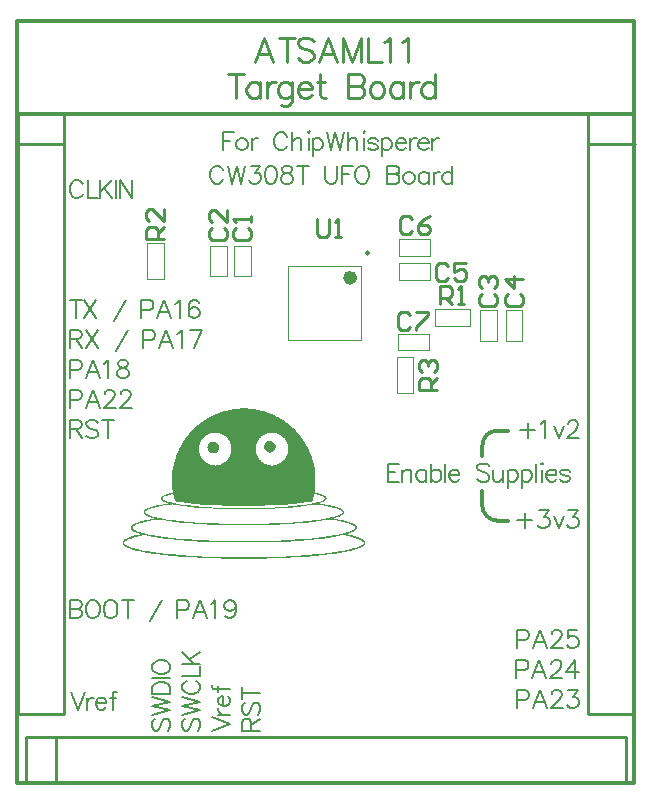
<source format=gto>
G04*
G04 #@! TF.GenerationSoftware,Altium Limited,Altium Designer,19.0.12 (326)*
G04*
G04 Layer_Color=65535*
%FSLAX25Y25*%
%MOIN*%
G70*
G01*
G75*
%ADD10C,0.02362*%
%ADD11C,0.00984*%
%ADD12C,0.01181*%
%ADD13C,0.00394*%
%ADD14C,0.01000*%
%ADD15C,0.01100*%
%ADD16C,0.00800*%
G36*
X76777Y124746D02*
X78495D01*
Y124603D01*
X79496D01*
Y124460D01*
X80212D01*
Y124317D01*
X80927D01*
Y124173D01*
X81500D01*
Y124030D01*
X81929D01*
Y123887D01*
X82502D01*
Y123744D01*
X82931D01*
Y123601D01*
X83360D01*
Y123458D01*
X83790D01*
Y123315D01*
X84076D01*
Y123172D01*
X84505D01*
Y123029D01*
X84792D01*
Y122886D01*
X85221D01*
Y122742D01*
X85507D01*
Y122599D01*
X85793D01*
Y122456D01*
X86080D01*
Y122313D01*
X86366D01*
Y122170D01*
X86652D01*
Y122027D01*
X86938D01*
Y121884D01*
X87225D01*
Y121741D01*
X87368D01*
Y121598D01*
X87654D01*
Y121454D01*
X87940D01*
Y121311D01*
X88083D01*
Y121168D01*
X88369D01*
Y121025D01*
X88656D01*
Y120882D01*
X88799D01*
Y120739D01*
X89085D01*
Y120596D01*
X89228D01*
Y120453D01*
X89371D01*
Y120309D01*
X89657D01*
Y120166D01*
X89801D01*
Y120023D01*
X90087D01*
Y119880D01*
X90230D01*
Y119737D01*
X90373D01*
Y119594D01*
X90516D01*
Y119451D01*
X90802D01*
Y119308D01*
X90945D01*
Y119165D01*
X91088D01*
Y119021D01*
X91232D01*
Y118878D01*
X91375D01*
Y118735D01*
X91518D01*
Y118592D01*
X91661D01*
Y118449D01*
X91947D01*
Y118306D01*
X92090D01*
Y118163D01*
X92234D01*
Y118020D01*
X92377D01*
Y117877D01*
X92520D01*
Y117734D01*
X92663D01*
Y117590D01*
X92806D01*
Y117447D01*
X92949D01*
Y117304D01*
Y117161D01*
X93092D01*
Y117018D01*
X93235D01*
Y116875D01*
X93378D01*
Y116732D01*
X93521D01*
Y116589D01*
X93665D01*
Y116446D01*
X93808D01*
Y116302D01*
X93951D01*
Y116159D01*
Y116016D01*
X94094D01*
Y115873D01*
X94237D01*
Y115730D01*
X94380D01*
Y115587D01*
X94523D01*
Y115444D01*
Y115301D01*
X94666D01*
Y115157D01*
X94810D01*
Y115014D01*
X94953D01*
Y114871D01*
Y114728D01*
X95096D01*
Y114585D01*
X95239D01*
Y114442D01*
Y114299D01*
X95382D01*
Y114156D01*
X95525D01*
Y114013D01*
Y113869D01*
X95668D01*
Y113726D01*
X95811D01*
Y113583D01*
Y113440D01*
X95954D01*
Y113297D01*
Y113154D01*
X96097D01*
Y113011D01*
X96241D01*
Y112868D01*
Y112724D01*
X96384D01*
Y112581D01*
Y112438D01*
X96527D01*
Y112295D01*
Y112152D01*
X96670D01*
Y112009D01*
Y111866D01*
X96813D01*
Y111723D01*
X96956D01*
Y111580D01*
Y111436D01*
Y111293D01*
X97099D01*
Y111150D01*
Y111007D01*
X97242D01*
Y110864D01*
Y110721D01*
X97386D01*
Y110578D01*
Y110435D01*
X97529D01*
Y110292D01*
Y110149D01*
X97672D01*
Y110005D01*
Y109862D01*
Y109719D01*
X97815D01*
Y109576D01*
Y109433D01*
X97958D01*
Y109290D01*
Y109147D01*
Y109004D01*
X98101D01*
Y108861D01*
Y108717D01*
Y108574D01*
X98244D01*
Y108431D01*
Y108288D01*
Y108145D01*
X98387D01*
Y108002D01*
Y107859D01*
Y107716D01*
X98530D01*
Y107572D01*
Y107429D01*
Y107286D01*
Y107143D01*
X98673D01*
Y107000D01*
Y106857D01*
Y106714D01*
Y106571D01*
X98817D01*
Y106428D01*
Y106284D01*
Y106141D01*
Y105998D01*
X98960D01*
Y105855D01*
Y105712D01*
Y105569D01*
Y105426D01*
Y105283D01*
X99103D01*
Y105140D01*
Y104996D01*
Y104853D01*
Y104710D01*
Y104567D01*
Y104424D01*
X99246D01*
Y104281D01*
Y104138D01*
Y103995D01*
Y103851D01*
Y103708D01*
Y103565D01*
Y103422D01*
Y103279D01*
Y103136D01*
X99389D01*
Y102993D01*
Y102850D01*
Y102707D01*
Y102564D01*
Y102420D01*
Y102277D01*
Y102134D01*
Y101991D01*
Y101848D01*
Y101705D01*
Y101562D01*
Y101419D01*
Y101276D01*
Y101132D01*
Y100989D01*
Y100846D01*
Y100703D01*
Y100560D01*
Y100417D01*
Y100274D01*
Y100131D01*
Y99988D01*
Y99844D01*
Y99701D01*
Y99558D01*
Y99415D01*
Y99272D01*
Y99129D01*
Y98986D01*
Y98843D01*
Y98699D01*
Y98556D01*
X99246D01*
Y98413D01*
Y98270D01*
Y98127D01*
Y97984D01*
Y97841D01*
Y97698D01*
Y97555D01*
Y97411D01*
X99103D01*
Y97268D01*
Y97125D01*
Y96982D01*
Y96839D01*
X99389D01*
Y96696D01*
X99962D01*
Y96553D01*
X100534D01*
Y96410D01*
X101106D01*
Y96267D01*
X101536D01*
Y96123D01*
X101822D01*
Y95980D01*
X102108D01*
Y95837D01*
X102394D01*
Y95694D01*
X102681D01*
Y95551D01*
X102824D01*
Y95408D01*
X102967D01*
Y95265D01*
Y95122D01*
X103110D01*
Y94978D01*
Y94835D01*
Y94692D01*
Y94549D01*
X102967D01*
Y94406D01*
Y94263D01*
X102681D01*
Y94120D01*
X102538D01*
Y93977D01*
X102251D01*
Y93834D01*
X101965D01*
Y93691D01*
X101679D01*
Y93547D01*
X101250D01*
Y93404D01*
X100820D01*
Y93261D01*
Y93118D01*
X101679D01*
Y92975D01*
X102538D01*
Y92832D01*
X103396D01*
Y92689D01*
X104112D01*
Y92546D01*
X104684D01*
Y92402D01*
X105257D01*
Y92259D01*
X105829D01*
Y92116D01*
X106402D01*
Y91973D01*
X106831D01*
Y91830D01*
X107117D01*
Y91687D01*
X107546D01*
Y91544D01*
X107833D01*
Y91401D01*
X108119D01*
Y91258D01*
X108262D01*
Y91114D01*
X108548D01*
Y90971D01*
X108691D01*
Y90828D01*
Y90685D01*
X108835D01*
Y90542D01*
Y90399D01*
Y90256D01*
Y90113D01*
Y89970D01*
Y89827D01*
X108691D01*
Y89683D01*
X108548D01*
Y89540D01*
X108405D01*
Y89397D01*
X108262D01*
Y89254D01*
X107976D01*
Y89111D01*
X107690D01*
Y88968D01*
X107403D01*
Y88825D01*
X107117D01*
Y88682D01*
X106688D01*
Y88538D01*
X106258D01*
Y88395D01*
X105543D01*
Y88252D01*
Y88109D01*
X106258D01*
Y87966D01*
X106831D01*
Y87823D01*
X107690D01*
Y87680D01*
X108262D01*
Y87537D01*
X108835D01*
Y87394D01*
X109550D01*
Y87250D01*
X109979D01*
Y87107D01*
X110552D01*
Y86964D01*
X110838D01*
Y86821D01*
X111267D01*
Y86678D01*
X111697D01*
Y86535D01*
X111983D01*
Y86392D01*
X112269D01*
Y86249D01*
X112412D01*
Y86106D01*
X112699D01*
Y85962D01*
X112842D01*
Y85819D01*
X112985D01*
Y85676D01*
Y85533D01*
X113128D01*
Y85390D01*
Y85247D01*
Y85104D01*
Y84961D01*
Y84817D01*
Y84674D01*
X112985D01*
Y84531D01*
Y84388D01*
X112842D01*
Y84245D01*
X112699D01*
Y84102D01*
X112412D01*
Y83959D01*
X112269D01*
Y83816D01*
X111983D01*
Y83673D01*
X111697D01*
Y83530D01*
X111267D01*
Y83386D01*
X110981D01*
Y83243D01*
X110409D01*
Y83100D01*
X110123D01*
Y82957D01*
Y82814D01*
X110838D01*
Y82671D01*
X111411D01*
Y82528D01*
X111983D01*
Y82385D01*
X112412D01*
Y82241D01*
X112985D01*
Y82098D01*
X113414D01*
Y81955D01*
X113844D01*
Y81812D01*
X114130D01*
Y81669D01*
X114416D01*
Y81526D01*
X114702D01*
Y81383D01*
X114988D01*
Y81240D01*
X115275D01*
Y81097D01*
X115418D01*
Y80954D01*
X115561D01*
Y80810D01*
X115704D01*
Y80667D01*
X115847D01*
Y80524D01*
Y80381D01*
X115990D01*
Y80238D01*
Y80095D01*
Y79952D01*
Y79809D01*
X115847D01*
Y79665D01*
Y79522D01*
X115704D01*
Y79379D01*
Y79236D01*
X115561D01*
Y79093D01*
X115418D01*
Y78950D01*
X115131D01*
Y78807D01*
X114845D01*
Y78664D01*
X114702D01*
Y78521D01*
X114273D01*
Y78377D01*
X113987D01*
Y78234D01*
X113557D01*
Y78091D01*
X113128D01*
Y77948D01*
X112699D01*
Y77805D01*
X112269D01*
Y77662D01*
X111697D01*
Y77519D01*
X111124D01*
Y77376D01*
X110552D01*
Y77232D01*
X109836D01*
Y77089D01*
X109121D01*
Y76946D01*
X108262D01*
Y76803D01*
X107403D01*
Y76660D01*
X106545D01*
Y76517D01*
X105543D01*
Y76374D01*
X104541D01*
Y76231D01*
X103253D01*
Y76088D01*
X102108D01*
Y75945D01*
X100677D01*
Y75801D01*
X99246D01*
Y75658D01*
X97529D01*
Y75515D01*
X95668D01*
Y75372D01*
X93521D01*
Y75229D01*
X91232D01*
Y75086D01*
X87940D01*
Y74943D01*
X83217D01*
Y74800D01*
X67761D01*
Y74943D01*
X63038D01*
Y75086D01*
X59890D01*
Y75229D01*
X57457D01*
Y75372D01*
X55310D01*
Y75515D01*
X53450D01*
Y75658D01*
X51876D01*
Y75801D01*
X50301D01*
Y75945D01*
X49013D01*
Y76088D01*
X47725D01*
Y76231D01*
X46437D01*
Y76374D01*
X45436D01*
Y76517D01*
X44434D01*
Y76660D01*
X43575D01*
Y76803D01*
X42716D01*
Y76946D01*
X41858D01*
Y77089D01*
X41142D01*
Y77232D01*
X40570D01*
Y77376D01*
X39854D01*
Y77519D01*
X39282D01*
Y77662D01*
X38709D01*
Y77805D01*
X38280D01*
Y77948D01*
X37851D01*
Y78091D01*
X37421D01*
Y78234D01*
X36992D01*
Y78377D01*
X36706D01*
Y78521D01*
X36419D01*
Y78664D01*
X36133D01*
Y78807D01*
X35847D01*
Y78950D01*
X35704D01*
Y79093D01*
X35418D01*
Y79236D01*
X35275D01*
Y79379D01*
Y79522D01*
X35131D01*
Y79665D01*
Y79809D01*
Y79952D01*
Y80095D01*
Y80238D01*
Y80381D01*
Y80524D01*
Y80667D01*
X35275D01*
Y80810D01*
X35418D01*
Y80954D01*
X35561D01*
Y81097D01*
X35704D01*
Y81240D01*
X35990D01*
Y81383D01*
X36276D01*
Y81526D01*
X36563D01*
Y81669D01*
X36849D01*
Y81812D01*
X37278D01*
Y81955D01*
X37564D01*
Y82098D01*
X37994D01*
Y82241D01*
X38566D01*
Y82385D01*
X38996D01*
Y82528D01*
X39568D01*
Y82671D01*
X40284D01*
Y82814D01*
X40999D01*
Y82957D01*
Y83100D01*
X40570D01*
Y83243D01*
X39997D01*
Y83386D01*
X39711D01*
Y83530D01*
X39282D01*
Y83673D01*
X38996D01*
Y83816D01*
X38709D01*
Y83959D01*
X38566D01*
Y84102D01*
X38280D01*
Y84245D01*
X38137D01*
Y84388D01*
X37994D01*
Y84531D01*
Y84674D01*
X37851D01*
Y84817D01*
Y84961D01*
Y85104D01*
Y85247D01*
Y85390D01*
X37994D01*
Y85533D01*
Y85676D01*
X38137D01*
Y85819D01*
Y85962D01*
X38423D01*
Y86106D01*
X38566D01*
Y86249D01*
X38852D01*
Y86392D01*
X39139D01*
Y86535D01*
X39425D01*
Y86678D01*
X39711D01*
Y86821D01*
X40140D01*
Y86964D01*
X40570D01*
Y87107D01*
X40999D01*
Y87250D01*
X41572D01*
Y87394D01*
X42144D01*
Y87537D01*
X42716D01*
Y87680D01*
X43432D01*
Y87823D01*
X44148D01*
Y87966D01*
X44863D01*
Y88109D01*
X45436D01*
Y88252D01*
Y88395D01*
X44720D01*
Y88538D01*
X44291D01*
Y88682D01*
X43861D01*
Y88825D01*
X43575D01*
Y88968D01*
X43289D01*
Y89111D01*
X43003D01*
Y89254D01*
X42716D01*
Y89397D01*
X42573D01*
Y89540D01*
X42430D01*
Y89683D01*
X42287D01*
Y89827D01*
X42144D01*
Y89970D01*
Y90113D01*
Y90256D01*
Y90399D01*
Y90542D01*
Y90685D01*
X42287D01*
Y90828D01*
Y90971D01*
X42430D01*
Y91114D01*
X42716D01*
Y91258D01*
X42860D01*
Y91401D01*
X43146D01*
Y91544D01*
X43432D01*
Y91687D01*
X43861D01*
Y91830D01*
X44148D01*
Y91973D01*
X44577D01*
Y92116D01*
X45149D01*
Y92259D01*
X45722D01*
Y92402D01*
X46294D01*
Y92546D01*
X46867D01*
Y92689D01*
X47582D01*
Y92832D01*
X48441D01*
Y92975D01*
X49300D01*
Y93118D01*
X50158D01*
Y93261D01*
Y93404D01*
X49729D01*
Y93547D01*
X49300D01*
Y93691D01*
X49013D01*
Y93834D01*
X48727D01*
Y93977D01*
X48441D01*
Y94120D01*
X48298D01*
Y94263D01*
X48155D01*
Y94406D01*
X48012D01*
Y94549D01*
Y94692D01*
X47868D01*
Y94835D01*
Y94978D01*
X48012D01*
Y95122D01*
Y95265D01*
Y95408D01*
X48155D01*
Y95551D01*
X48298D01*
Y95694D01*
X48584D01*
Y95837D01*
X48870D01*
Y95980D01*
X49156D01*
Y96123D01*
X49586D01*
Y96267D01*
X50015D01*
Y96410D01*
X50445D01*
Y96553D01*
X51017D01*
Y96696D01*
X51589D01*
Y96839D01*
X51876D01*
Y96982D01*
Y97125D01*
Y97268D01*
Y97411D01*
Y97555D01*
X51732D01*
Y97698D01*
Y97841D01*
Y97984D01*
Y98127D01*
Y98270D01*
Y98413D01*
Y98556D01*
Y98699D01*
Y98843D01*
X51589D01*
Y98986D01*
Y99129D01*
Y99272D01*
Y99415D01*
Y99558D01*
Y99701D01*
Y99844D01*
Y99988D01*
Y100131D01*
Y100274D01*
Y100417D01*
Y100560D01*
Y100703D01*
Y100846D01*
Y100989D01*
Y101132D01*
Y101276D01*
Y101419D01*
Y101562D01*
Y101705D01*
Y101848D01*
Y101991D01*
Y102134D01*
Y102277D01*
Y102420D01*
Y102564D01*
Y102707D01*
Y102850D01*
Y102993D01*
X51732D01*
Y103136D01*
Y103279D01*
Y103422D01*
Y103565D01*
Y103708D01*
Y103851D01*
Y103995D01*
Y104138D01*
Y104281D01*
X51876D01*
Y104424D01*
Y104567D01*
Y104710D01*
Y104853D01*
Y104996D01*
Y105140D01*
X52019D01*
Y105283D01*
Y105426D01*
Y105569D01*
Y105712D01*
Y105855D01*
X52162D01*
Y105998D01*
Y106141D01*
Y106284D01*
Y106428D01*
X52305D01*
Y106571D01*
Y106714D01*
Y106857D01*
Y107000D01*
X52448D01*
Y107143D01*
Y107286D01*
Y107429D01*
Y107572D01*
X52591D01*
Y107716D01*
Y107859D01*
Y108002D01*
X52734D01*
Y108145D01*
Y108288D01*
Y108431D01*
X52877D01*
Y108574D01*
Y108717D01*
Y108861D01*
X53021D01*
Y109004D01*
Y109147D01*
Y109290D01*
X53164D01*
Y109433D01*
Y109576D01*
Y109719D01*
X53307D01*
Y109862D01*
Y110005D01*
X53450D01*
Y110149D01*
Y110292D01*
Y110435D01*
X53593D01*
Y110578D01*
Y110721D01*
X53736D01*
Y110864D01*
Y111007D01*
X53879D01*
Y111150D01*
Y111293D01*
X54022D01*
Y111436D01*
Y111580D01*
X54165D01*
Y111723D01*
Y111866D01*
X54309D01*
Y112009D01*
Y112152D01*
X54452D01*
Y112295D01*
Y112438D01*
X54595D01*
Y112581D01*
Y112724D01*
X54738D01*
Y112868D01*
Y113011D01*
X54881D01*
Y113154D01*
X55024D01*
Y113297D01*
Y113440D01*
X55167D01*
Y113583D01*
X55310D01*
Y113726D01*
Y113869D01*
X55453D01*
Y114013D01*
Y114156D01*
X55597D01*
Y114299D01*
X55740D01*
Y114442D01*
Y114585D01*
X55883D01*
Y114728D01*
X56026D01*
Y114871D01*
X56169D01*
Y115014D01*
Y115157D01*
X56312D01*
Y115301D01*
X56455D01*
Y115444D01*
X56598D01*
Y115587D01*
Y115730D01*
X56741D01*
Y115873D01*
X56885D01*
Y116016D01*
X57028D01*
Y116159D01*
X57171D01*
Y116302D01*
Y116446D01*
X57314D01*
Y116589D01*
X57457D01*
Y116732D01*
X57600D01*
Y116875D01*
X57743D01*
Y117018D01*
X57886D01*
Y117161D01*
X58030D01*
Y117304D01*
X58173D01*
Y117447D01*
X58316D01*
Y117590D01*
X58459D01*
Y117734D01*
X58602D01*
Y117877D01*
X58745D01*
Y118020D01*
X58888D01*
Y118163D01*
X59031D01*
Y118306D01*
X59174D01*
Y118449D01*
X59317D01*
Y118592D01*
X59461D01*
Y118735D01*
X59604D01*
Y118878D01*
X59747D01*
Y119021D01*
X59890D01*
Y119165D01*
X60033D01*
Y119308D01*
X60319D01*
Y119451D01*
X60462D01*
Y119594D01*
X60606D01*
Y119737D01*
X60749D01*
Y119880D01*
X61035D01*
Y120023D01*
X61178D01*
Y120166D01*
X61321D01*
Y120309D01*
X61607D01*
Y120453D01*
X61750D01*
Y120596D01*
X62037D01*
Y120739D01*
X62180D01*
Y120882D01*
X62466D01*
Y121025D01*
X62609D01*
Y121168D01*
X62895D01*
Y121311D01*
X63038D01*
Y121454D01*
X63325D01*
Y121598D01*
X63611D01*
Y121741D01*
X63754D01*
Y121884D01*
X64040D01*
Y122027D01*
X64327D01*
Y122170D01*
X64613D01*
Y122313D01*
X64899D01*
Y122456D01*
X65185D01*
Y122599D01*
X65471D01*
Y122742D01*
X65758D01*
Y122886D01*
X66187D01*
Y123029D01*
X66473D01*
Y123172D01*
X66903D01*
Y123315D01*
X67189D01*
Y123458D01*
X67618D01*
Y123601D01*
X68047D01*
Y123744D01*
X68477D01*
Y123887D01*
X69049D01*
Y124030D01*
X69478D01*
Y124173D01*
X70194D01*
Y124317D01*
X70767D01*
Y124460D01*
X71625D01*
Y124603D01*
X72484D01*
Y124746D01*
X74201D01*
Y124889D01*
X76777D01*
Y124746D01*
D02*
G37*
%LPC*%
G36*
X86080Y116732D02*
X83647D01*
Y116589D01*
X83217D01*
Y116446D01*
X82788D01*
Y116302D01*
X82502D01*
Y116159D01*
X82216D01*
Y116016D01*
X81929D01*
Y115873D01*
X81786D01*
Y115730D01*
X81500D01*
Y115587D01*
X81357D01*
Y115444D01*
X81214D01*
Y115301D01*
X81071D01*
Y115157D01*
X80927D01*
Y115014D01*
X80784D01*
Y114871D01*
X80641D01*
Y114728D01*
X80498D01*
Y114585D01*
Y114442D01*
X80355D01*
Y114299D01*
X80212D01*
Y114156D01*
Y114013D01*
X80069D01*
Y113869D01*
Y113726D01*
X79926D01*
Y113583D01*
Y113440D01*
X79783D01*
Y113297D01*
Y113154D01*
X79640D01*
Y113011D01*
Y112868D01*
Y112724D01*
Y112581D01*
X79496D01*
Y112438D01*
Y112295D01*
Y112152D01*
Y112009D01*
Y111866D01*
Y111723D01*
Y111580D01*
Y111436D01*
Y111293D01*
Y111150D01*
Y111007D01*
Y110864D01*
Y110721D01*
Y110578D01*
Y110435D01*
Y110292D01*
Y110149D01*
X79640D01*
Y110005D01*
Y109862D01*
Y109719D01*
Y109576D01*
X79783D01*
Y109433D01*
Y109290D01*
X79926D01*
Y109147D01*
Y109004D01*
X80069D01*
Y108861D01*
Y108717D01*
X80212D01*
Y108574D01*
Y108431D01*
X80355D01*
Y108288D01*
X80498D01*
Y108145D01*
Y108002D01*
X80641D01*
Y107859D01*
X80784D01*
Y107716D01*
X80927D01*
Y107572D01*
X81071D01*
Y107429D01*
X81214D01*
Y107286D01*
X81357D01*
Y107143D01*
X81500D01*
Y107000D01*
X81786D01*
Y106857D01*
X81929D01*
Y106714D01*
X82216D01*
Y106571D01*
X82359D01*
Y106428D01*
X82788D01*
Y106284D01*
X83074D01*
Y106141D01*
X83647D01*
Y105998D01*
X84649D01*
Y105855D01*
X85078D01*
Y105998D01*
X86080D01*
Y106141D01*
X86652D01*
Y106284D01*
X86938D01*
Y106428D01*
X87225D01*
Y106571D01*
X87511D01*
Y106714D01*
X87797D01*
Y106857D01*
X87940D01*
Y107000D01*
X88226D01*
Y107143D01*
X88369D01*
Y107286D01*
X88512D01*
Y107429D01*
X88656D01*
Y107572D01*
X88799D01*
Y107716D01*
X88942D01*
Y107859D01*
X89085D01*
Y108002D01*
X89228D01*
Y108145D01*
Y108288D01*
X89371D01*
Y108431D01*
X89514D01*
Y108574D01*
Y108717D01*
X89657D01*
Y108861D01*
Y109004D01*
X89801D01*
Y109147D01*
Y109290D01*
X89944D01*
Y109433D01*
Y109576D01*
Y109719D01*
X90087D01*
Y109862D01*
Y110005D01*
Y110149D01*
X90230D01*
Y110292D01*
Y110435D01*
Y110578D01*
Y110721D01*
Y110864D01*
Y111007D01*
Y111150D01*
Y111293D01*
Y111436D01*
Y111580D01*
Y111723D01*
Y111866D01*
Y112009D01*
Y112152D01*
Y112295D01*
Y112438D01*
Y112581D01*
X90087D01*
Y112724D01*
Y112868D01*
Y113011D01*
X89944D01*
Y113154D01*
Y113297D01*
Y113440D01*
X89801D01*
Y113583D01*
Y113726D01*
X89657D01*
Y113869D01*
Y114013D01*
X89514D01*
Y114156D01*
Y114299D01*
X89371D01*
Y114442D01*
X89228D01*
Y114585D01*
X89085D01*
Y114728D01*
Y114871D01*
X88942D01*
Y115014D01*
X88799D01*
Y115157D01*
X88656D01*
Y115301D01*
X88512D01*
Y115444D01*
X88369D01*
Y115587D01*
X88226D01*
Y115730D01*
X87940D01*
Y115873D01*
X87797D01*
Y116016D01*
X87511D01*
Y116159D01*
X87225D01*
Y116302D01*
X86938D01*
Y116446D01*
X86509D01*
Y116589D01*
X86080D01*
Y116732D01*
D02*
G37*
G36*
X67189D02*
X64756D01*
Y116589D01*
X64327D01*
Y116446D01*
X63897D01*
Y116302D01*
X63611D01*
Y116159D01*
X63325D01*
Y116016D01*
X63038D01*
Y115873D01*
X62895D01*
Y115730D01*
X62609D01*
Y115587D01*
X62466D01*
Y115444D01*
X62323D01*
Y115301D01*
X62180D01*
Y115157D01*
X62037D01*
Y115014D01*
X61893D01*
Y114871D01*
X61750D01*
Y114728D01*
X61607D01*
Y114585D01*
Y114442D01*
X61464D01*
Y114299D01*
X61321D01*
Y114156D01*
Y114013D01*
X61178D01*
Y113869D01*
Y113726D01*
X61035D01*
Y113583D01*
Y113440D01*
X60892D01*
Y113297D01*
Y113154D01*
Y113011D01*
X60749D01*
Y112868D01*
Y112724D01*
Y112581D01*
X60606D01*
Y112438D01*
Y112295D01*
Y112152D01*
Y112009D01*
Y111866D01*
Y111723D01*
Y111580D01*
Y111436D01*
Y111293D01*
Y111150D01*
Y111007D01*
Y110864D01*
Y110721D01*
Y110578D01*
Y110435D01*
Y110292D01*
Y110149D01*
X60749D01*
Y110005D01*
Y109862D01*
Y109719D01*
Y109576D01*
X60892D01*
Y109433D01*
Y109290D01*
X61035D01*
Y109147D01*
Y109004D01*
X61178D01*
Y108861D01*
Y108717D01*
X61321D01*
Y108574D01*
Y108431D01*
X61464D01*
Y108288D01*
X61607D01*
Y108145D01*
Y108002D01*
X61750D01*
Y107859D01*
X61893D01*
Y107716D01*
X62037D01*
Y107572D01*
X62180D01*
Y107429D01*
X62323D01*
Y107286D01*
X62466D01*
Y107143D01*
X62609D01*
Y107000D01*
X62895D01*
Y106857D01*
X63038D01*
Y106714D01*
X63325D01*
Y106571D01*
X63611D01*
Y106428D01*
X63897D01*
Y106284D01*
X64183D01*
Y106141D01*
X64756D01*
Y105998D01*
X65758D01*
Y105855D01*
X66187D01*
Y105998D01*
X67189D01*
Y106141D01*
X67761D01*
Y106284D01*
X68047D01*
Y106428D01*
X68334D01*
Y106571D01*
X68620D01*
Y106714D01*
X68906D01*
Y106857D01*
X69049D01*
Y107000D01*
X69335D01*
Y107143D01*
X69478D01*
Y107286D01*
X69622D01*
Y107429D01*
X69765D01*
Y107572D01*
X69908D01*
Y107716D01*
X70051D01*
Y107859D01*
X70194D01*
Y108002D01*
X70337D01*
Y108145D01*
Y108288D01*
X70480D01*
Y108431D01*
X70623D01*
Y108574D01*
Y108717D01*
X70767D01*
Y108861D01*
Y109004D01*
X70910D01*
Y109147D01*
Y109290D01*
X71053D01*
Y109433D01*
Y109576D01*
Y109719D01*
X71196D01*
Y109862D01*
Y110005D01*
Y110149D01*
X71339D01*
Y110292D01*
Y110435D01*
Y110578D01*
Y110721D01*
Y110864D01*
Y111007D01*
Y111150D01*
Y111293D01*
Y111436D01*
Y111580D01*
Y111723D01*
Y111866D01*
Y112009D01*
Y112152D01*
Y112295D01*
Y112438D01*
Y112581D01*
X71196D01*
Y112724D01*
Y112868D01*
Y113011D01*
X71053D01*
Y113154D01*
Y113297D01*
Y113440D01*
X70910D01*
Y113583D01*
Y113726D01*
X70767D01*
Y113869D01*
Y114013D01*
X70623D01*
Y114156D01*
Y114299D01*
X70480D01*
Y114442D01*
X70337D01*
Y114585D01*
Y114728D01*
X70194D01*
Y114871D01*
X70051D01*
Y115014D01*
X69908D01*
Y115157D01*
X69765D01*
Y115301D01*
X69622D01*
Y115444D01*
X69478D01*
Y115587D01*
X69335D01*
Y115730D01*
X69049D01*
Y115873D01*
X68906D01*
Y116016D01*
X68620D01*
Y116159D01*
X68334D01*
Y116302D01*
X68047D01*
Y116446D01*
X67618D01*
Y116589D01*
X67189D01*
Y116732D01*
D02*
G37*
G36*
X99246Y96410D02*
X98960D01*
Y96267D01*
Y96123D01*
Y95980D01*
Y95837D01*
X98817D01*
Y95694D01*
Y95551D01*
Y95408D01*
Y95265D01*
X98673D01*
Y95122D01*
Y94978D01*
Y94835D01*
Y94692D01*
X98530D01*
Y94549D01*
Y94406D01*
Y94263D01*
Y94120D01*
X98387D01*
Y93977D01*
X98101D01*
Y93834D01*
X97242D01*
Y93691D01*
X96527D01*
Y93547D01*
X95525D01*
Y93404D01*
X94380D01*
Y93261D01*
X93092D01*
Y93118D01*
X91661D01*
Y92975D01*
X90230D01*
Y92832D01*
X88226D01*
Y92689D01*
X85793D01*
Y92546D01*
X82645D01*
Y92402D01*
X68334D01*
Y92546D01*
X65185D01*
Y92689D01*
X62895D01*
Y92832D01*
X60749D01*
Y92975D01*
X59317D01*
Y93118D01*
X57886D01*
Y93261D01*
X56598D01*
Y93404D01*
X55597D01*
Y93547D01*
X54595D01*
Y93691D01*
X53736D01*
Y93834D01*
X52877D01*
Y93977D01*
X52591D01*
Y94120D01*
Y94263D01*
X52448D01*
Y94406D01*
Y94549D01*
Y94692D01*
X52305D01*
Y94835D01*
Y94978D01*
Y95122D01*
Y95265D01*
X52162D01*
Y95408D01*
Y95551D01*
Y95694D01*
Y95837D01*
Y95980D01*
X52019D01*
Y96123D01*
Y96267D01*
Y96410D01*
X51732D01*
Y96267D01*
X51160D01*
Y96123D01*
X50588D01*
Y95980D01*
X50158D01*
Y95837D01*
X49729D01*
Y95694D01*
X49300D01*
Y95551D01*
X49013D01*
Y95408D01*
X48870D01*
Y95265D01*
X48584D01*
Y95122D01*
X48441D01*
Y94978D01*
Y94835D01*
Y94692D01*
X48584D01*
Y94549D01*
X48727D01*
Y94406D01*
X48870D01*
Y94263D01*
X49156D01*
Y94120D01*
X49443D01*
Y93977D01*
X49872D01*
Y93834D01*
X50301D01*
Y93691D01*
X50874D01*
Y93547D01*
X51446D01*
Y93404D01*
X52019D01*
Y93261D01*
X52734D01*
Y93118D01*
X53450D01*
Y92975D01*
X54309D01*
Y92832D01*
X55310D01*
Y92689D01*
X56455D01*
Y92546D01*
X57743D01*
Y92402D01*
X59174D01*
Y92259D01*
X60606D01*
Y92116D01*
X62752D01*
Y91973D01*
X65042D01*
Y91830D01*
X68190D01*
Y91687D01*
X82788D01*
Y91830D01*
X85936D01*
Y91973D01*
X88369D01*
Y92116D01*
X90373D01*
Y92259D01*
X91804D01*
Y92402D01*
X93378D01*
Y92546D01*
X94523D01*
Y92689D01*
X95668D01*
Y92832D01*
X96670D01*
Y92975D01*
X97529D01*
Y93118D01*
X98244D01*
Y93261D01*
X98960D01*
Y93404D01*
X99675D01*
Y93547D01*
X100248D01*
Y93691D01*
X100677D01*
Y93834D01*
X101106D01*
Y93977D01*
X101536D01*
Y94120D01*
X101822D01*
Y94263D01*
X102108D01*
Y94406D01*
X102394D01*
Y94549D01*
X102538D01*
Y94692D01*
X102681D01*
Y94835D01*
Y94978D01*
X102538D01*
Y95122D01*
X102394D01*
Y95265D01*
X102251D01*
Y95408D01*
X101965D01*
Y95551D01*
X101679D01*
Y95694D01*
X101250D01*
Y95837D01*
X100820D01*
Y95980D01*
X100391D01*
Y96123D01*
X99818D01*
Y96267D01*
X99246D01*
Y96410D01*
D02*
G37*
G36*
X99389Y92975D02*
X99103D01*
Y92832D01*
X98387D01*
Y92689D01*
X97672D01*
Y92546D01*
X96670D01*
Y92402D01*
X95668D01*
Y92259D01*
X94523D01*
Y92116D01*
X93235D01*
Y91973D01*
X91947D01*
Y91830D01*
X90230D01*
Y91687D01*
X88083D01*
Y91544D01*
X85793D01*
Y91401D01*
X82073D01*
Y91258D01*
X68906D01*
Y91401D01*
X65185D01*
Y91544D01*
X62895D01*
Y91687D01*
X60749D01*
Y91830D01*
X59031D01*
Y91973D01*
X57743D01*
Y92116D01*
X56455D01*
Y92259D01*
X55310D01*
Y92402D01*
X54309D01*
Y92546D01*
X53450D01*
Y92689D01*
X52591D01*
Y92832D01*
X51876D01*
Y92975D01*
X51589D01*
Y92832D01*
X50445D01*
Y92689D01*
X49586D01*
Y92546D01*
X48727D01*
Y92402D01*
X48012D01*
Y92259D01*
X47296D01*
Y92116D01*
X46580D01*
Y91973D01*
X46008D01*
Y91830D01*
X45436D01*
Y91687D01*
X45006D01*
Y91544D01*
X44577D01*
Y91401D01*
X44148D01*
Y91258D01*
X43718D01*
Y91114D01*
X43432D01*
Y90971D01*
X43146D01*
Y90828D01*
X43003D01*
Y90685D01*
X42860D01*
Y90542D01*
X42716D01*
Y90399D01*
X42573D01*
Y90256D01*
Y90113D01*
X42716D01*
Y89970D01*
X42860D01*
Y89827D01*
X43003D01*
Y89683D01*
X43289D01*
Y89540D01*
X43575D01*
Y89397D01*
X43861D01*
Y89254D01*
X44148D01*
Y89111D01*
X44577D01*
Y88968D01*
X45006D01*
Y88825D01*
X45579D01*
Y88682D01*
X46008D01*
Y88538D01*
X46724D01*
Y88395D01*
X47439D01*
Y88252D01*
X48155D01*
Y88109D01*
X48870D01*
Y87966D01*
X49729D01*
Y87823D01*
X50731D01*
Y87680D01*
X51732D01*
Y87537D01*
X52877D01*
Y87394D01*
X54165D01*
Y87250D01*
X55597D01*
Y87107D01*
X57314D01*
Y86964D01*
X59174D01*
Y86821D01*
X61321D01*
Y86678D01*
X63897D01*
Y86535D01*
X67189D01*
Y86392D01*
X83790D01*
Y86535D01*
X87081D01*
Y86678D01*
X89657D01*
Y86821D01*
X91947D01*
Y86964D01*
X93665D01*
Y87107D01*
X95382D01*
Y87250D01*
X96813D01*
Y87394D01*
X98101D01*
Y87537D01*
X99246D01*
Y87680D01*
X100248D01*
Y87823D01*
X101250D01*
Y87966D01*
X102108D01*
Y88109D01*
X102824D01*
Y88252D01*
X103682D01*
Y88395D01*
X104255D01*
Y88538D01*
X104971D01*
Y88682D01*
X105543D01*
Y88825D01*
X105972D01*
Y88968D01*
X106402D01*
Y89111D01*
X106831D01*
Y89254D01*
X107117D01*
Y89397D01*
X107546D01*
Y89540D01*
X107690D01*
Y89683D01*
X107976D01*
Y89827D01*
X108119D01*
Y89970D01*
X108262D01*
Y90113D01*
X108405D01*
Y90256D01*
Y90399D01*
X108262D01*
Y90542D01*
X108119D01*
Y90685D01*
X107976D01*
Y90828D01*
X107833D01*
Y90971D01*
X107546D01*
Y91114D01*
X107260D01*
Y91258D01*
X106831D01*
Y91401D01*
X106545D01*
Y91544D01*
X106115D01*
Y91687D01*
X105543D01*
Y91830D01*
X104971D01*
Y91973D01*
X104398D01*
Y92116D01*
X103682D01*
Y92259D01*
X102967D01*
Y92402D01*
X102251D01*
Y92546D01*
X101393D01*
Y92689D01*
X100534D01*
Y92832D01*
X99389D01*
Y92975D01*
D02*
G37*
G36*
X104827Y87823D02*
X103253D01*
Y87680D01*
X102394D01*
Y87537D01*
X101536D01*
Y87394D01*
X100677D01*
Y87250D01*
X99675D01*
Y87107D01*
X98387D01*
Y86964D01*
X97099D01*
Y86821D01*
X95668D01*
Y86678D01*
X94237D01*
Y86535D01*
X92520D01*
Y86392D01*
X90373D01*
Y86249D01*
X90087D01*
Y86392D01*
X89944D01*
Y86249D01*
X87654D01*
Y86106D01*
X84076D01*
Y85962D01*
X66903D01*
Y86106D01*
X63325D01*
Y86249D01*
X61035D01*
Y86392D01*
X58602D01*
Y86535D01*
X56741D01*
Y86678D01*
X55310D01*
Y86821D01*
X53879D01*
Y86964D01*
X52591D01*
Y87107D01*
X51446D01*
Y87250D01*
X50301D01*
Y87394D01*
X49443D01*
Y87537D01*
X48584D01*
Y87680D01*
X47725D01*
Y87823D01*
X46151D01*
Y87680D01*
X45292D01*
Y87537D01*
X44577D01*
Y87394D01*
X43861D01*
Y87250D01*
X43146D01*
Y87107D01*
X42573D01*
Y86964D01*
X41858D01*
Y86821D01*
X41428D01*
Y86678D01*
X40856D01*
Y86535D01*
X40427D01*
Y86392D01*
X40140D01*
Y86249D01*
X39711D01*
Y86106D01*
X39425D01*
Y85962D01*
X39139D01*
Y85819D01*
X38852D01*
Y85676D01*
X38709D01*
Y85533D01*
X38566D01*
Y85390D01*
X38423D01*
Y85247D01*
Y85104D01*
Y84961D01*
Y84817D01*
X38566D01*
Y84674D01*
X38709D01*
Y84531D01*
X38852D01*
Y84388D01*
X39139D01*
Y84245D01*
X39425D01*
Y84102D01*
X39711D01*
Y83959D01*
X39997D01*
Y83816D01*
X40427D01*
Y83673D01*
X40856D01*
Y83530D01*
X41285D01*
Y83386D01*
X41858D01*
Y83243D01*
X42430D01*
Y83100D01*
X43003D01*
Y82957D01*
X43718D01*
Y82814D01*
X44434D01*
Y82671D01*
X45149D01*
Y82528D01*
X46008D01*
Y82385D01*
X46867D01*
Y82241D01*
X48012D01*
Y82098D01*
X49013D01*
Y81955D01*
X50301D01*
Y81812D01*
X51446D01*
Y81669D01*
X52734D01*
Y81526D01*
X54452D01*
Y81383D01*
X56312D01*
Y81240D01*
X58316D01*
Y81097D01*
X60606D01*
Y80954D01*
X63182D01*
Y80810D01*
X63325D01*
Y80954D01*
X63754D01*
Y80810D01*
X67761D01*
Y80667D01*
X83217D01*
Y80810D01*
X87797D01*
Y80954D01*
X90373D01*
Y81097D01*
X92663D01*
Y81240D01*
X94810D01*
Y81383D01*
X96527D01*
Y81526D01*
X98244D01*
Y81669D01*
X99532D01*
Y81812D01*
X100677D01*
Y81955D01*
X101965D01*
Y82098D01*
X102967D01*
Y82241D01*
X104112D01*
Y82385D01*
X104971D01*
Y82528D01*
X105686D01*
Y82671D01*
X106545D01*
Y82814D01*
X107260D01*
Y82957D01*
X107976D01*
Y83100D01*
X108548D01*
Y83243D01*
X109264D01*
Y83386D01*
X109693D01*
Y83530D01*
X110123D01*
Y83673D01*
X110552D01*
Y83816D01*
X110981D01*
Y83959D01*
X111267D01*
Y84102D01*
X111697D01*
Y84245D01*
X111840D01*
Y84388D01*
X112126D01*
Y84531D01*
X112269D01*
Y84674D01*
X112412D01*
Y84817D01*
X112556D01*
Y84961D01*
X112699D01*
Y85104D01*
Y85247D01*
X112556D01*
Y85390D01*
X112412D01*
Y85533D01*
X112269D01*
Y85676D01*
X112126D01*
Y85819D01*
X111840D01*
Y85962D01*
X111554D01*
Y86106D01*
X111267D01*
Y86249D01*
X110981D01*
Y86392D01*
X110552D01*
Y86535D01*
X110123D01*
Y86678D01*
X109550D01*
Y86821D01*
X109121D01*
Y86964D01*
X108548D01*
Y87107D01*
X107976D01*
Y87250D01*
X107260D01*
Y87394D01*
X106545D01*
Y87537D01*
X105829D01*
Y87680D01*
X104827D01*
Y87823D01*
D02*
G37*
G36*
X108835Y82671D02*
X108405D01*
Y82528D01*
X107690D01*
Y82385D01*
X106974D01*
Y82241D01*
X106258D01*
Y82098D01*
X105400D01*
Y81955D01*
X104541D01*
Y81812D01*
X103539D01*
Y81669D01*
X102538D01*
Y81526D01*
X101250D01*
Y81383D01*
X99962D01*
Y81240D01*
X98817D01*
Y81097D01*
X96956D01*
Y80954D01*
X95525D01*
Y80810D01*
X93235D01*
Y80667D01*
X91088D01*
Y80524D01*
X88226D01*
Y80381D01*
X84362D01*
Y80238D01*
X66616D01*
Y80381D01*
X62895D01*
Y80524D01*
X62466D01*
Y80381D01*
X62323D01*
Y80524D01*
X59890D01*
Y80667D01*
X57743D01*
Y80810D01*
X55453D01*
Y80954D01*
X54022D01*
Y81097D01*
X52162D01*
Y81240D01*
X51017D01*
Y81383D01*
X49729D01*
Y81526D01*
X48441D01*
Y81669D01*
X47582D01*
Y81812D01*
X46437D01*
Y81955D01*
X45579D01*
Y82098D01*
X44720D01*
Y82241D01*
X44004D01*
Y82385D01*
X43289D01*
Y82528D01*
X42573D01*
Y82671D01*
X42144D01*
Y82528D01*
X41428D01*
Y82385D01*
X40713D01*
Y82241D01*
X40140D01*
Y82098D01*
X39568D01*
Y81955D01*
X38996D01*
Y81812D01*
X38566D01*
Y81669D01*
X38137D01*
Y81526D01*
X37707D01*
Y81383D01*
X37278D01*
Y81240D01*
X36992D01*
Y81097D01*
X36706D01*
Y80954D01*
X36419D01*
Y80810D01*
X36133D01*
Y80667D01*
X35990D01*
Y80524D01*
X35847D01*
Y80381D01*
X35704D01*
Y80238D01*
X35561D01*
Y80095D01*
Y79952D01*
Y79809D01*
X35704D01*
Y79665D01*
X35847D01*
Y79522D01*
X35990D01*
Y79379D01*
X36276D01*
Y79236D01*
X36563D01*
Y79093D01*
X36706D01*
Y78950D01*
X37135D01*
Y78807D01*
X37421D01*
Y78664D01*
X37851D01*
Y78521D01*
X38280D01*
Y78377D01*
X38709D01*
Y78234D01*
X39282D01*
Y78091D01*
X39854D01*
Y77948D01*
X40427D01*
Y77805D01*
X40999D01*
Y77662D01*
X41715D01*
Y77519D01*
X42573D01*
Y77376D01*
X43289D01*
Y77232D01*
X44148D01*
Y77089D01*
X45149D01*
Y76946D01*
X46151D01*
Y76803D01*
X47296D01*
Y76660D01*
X48441D01*
Y76517D01*
X49729D01*
Y76374D01*
X51160D01*
Y76231D01*
X52734D01*
Y76088D01*
X54452D01*
Y75945D01*
X56312D01*
Y75801D01*
X58745D01*
Y75658D01*
X61464D01*
Y75515D01*
X64756D01*
Y75372D01*
X70623D01*
Y75229D01*
X80355D01*
Y75372D01*
X86223D01*
Y75515D01*
X89514D01*
Y75658D01*
X92377D01*
Y75801D01*
X94666D01*
Y75945D01*
X96527D01*
Y76088D01*
X98244D01*
Y76231D01*
X99818D01*
Y76374D01*
X101250D01*
Y76517D01*
X102538D01*
Y76660D01*
X103682D01*
Y76803D01*
X104827D01*
Y76946D01*
X105829D01*
Y77089D01*
X106831D01*
Y77232D01*
X107690D01*
Y77376D01*
X108548D01*
Y77519D01*
X109264D01*
Y77662D01*
X109979D01*
Y77805D01*
X110552D01*
Y77948D01*
X111267D01*
Y78091D01*
X111697D01*
Y78234D01*
X112269D01*
Y78377D01*
X112699D01*
Y78521D01*
X113128D01*
Y78664D01*
X113557D01*
Y78807D01*
X113987D01*
Y78950D01*
X114273D01*
Y79093D01*
X114559D01*
Y79236D01*
X114702D01*
Y79379D01*
X114988D01*
Y79522D01*
X115131D01*
Y79665D01*
X115275D01*
Y79809D01*
X115418D01*
Y79952D01*
Y80095D01*
Y80238D01*
X115275D01*
Y80381D01*
X115131D01*
Y80524D01*
X114988D01*
Y80667D01*
X114845D01*
Y80810D01*
X114559D01*
Y80954D01*
X114416D01*
Y81097D01*
X113987D01*
Y81240D01*
X113700D01*
Y81383D01*
X113414D01*
Y81526D01*
X112985D01*
Y81669D01*
X112412D01*
Y81812D01*
X111983D01*
Y81955D01*
X111411D01*
Y82098D01*
X110838D01*
Y82241D01*
X110266D01*
Y82385D01*
X109550D01*
Y82528D01*
X108835D01*
Y82671D01*
D02*
G37*
%LPD*%
G36*
X84505Y113869D02*
X84935D01*
Y113726D01*
X85221D01*
Y113583D01*
X85364D01*
Y113440D01*
X85650D01*
Y113297D01*
Y113154D01*
X85793D01*
Y113011D01*
X85936D01*
Y112868D01*
Y112724D01*
Y112581D01*
X86080D01*
Y112438D01*
Y112295D01*
Y112152D01*
Y112009D01*
Y111866D01*
Y111723D01*
Y111580D01*
X85936D01*
Y111436D01*
Y111293D01*
Y111150D01*
X85793D01*
Y111007D01*
X85650D01*
Y110864D01*
Y110721D01*
X85507D01*
Y110578D01*
X85221D01*
Y110435D01*
X85078D01*
Y110292D01*
X84649D01*
Y110149D01*
X83790D01*
Y110292D01*
X83360D01*
Y110435D01*
X83074D01*
Y110578D01*
X82931D01*
Y110721D01*
X82788D01*
Y110864D01*
X82645D01*
Y111007D01*
X82502D01*
Y111150D01*
Y111293D01*
Y111436D01*
X82359D01*
Y111580D01*
Y111723D01*
Y111866D01*
Y112009D01*
Y112152D01*
Y112295D01*
Y112438D01*
Y112581D01*
Y112724D01*
X82502D01*
Y112868D01*
Y113011D01*
X82645D01*
Y113154D01*
Y113297D01*
X82788D01*
Y113440D01*
X82931D01*
Y113583D01*
X83217D01*
Y113726D01*
X83360D01*
Y113869D01*
X83933D01*
Y114013D01*
X84505D01*
Y113869D01*
D02*
G37*
G36*
X65901Y113583D02*
X66330D01*
Y113440D01*
X66473D01*
Y113297D01*
X66616D01*
Y113154D01*
X66759D01*
Y113011D01*
X66903D01*
Y112868D01*
X67046D01*
Y112724D01*
Y112581D01*
X67189D01*
Y112438D01*
Y112295D01*
Y112152D01*
Y112009D01*
X67332D01*
Y111866D01*
Y111723D01*
Y111580D01*
X67189D01*
Y111436D01*
Y111293D01*
Y111150D01*
Y111007D01*
X67046D01*
Y110864D01*
Y110721D01*
X66903D01*
Y110578D01*
X66759D01*
Y110435D01*
X66616D01*
Y110292D01*
X66473D01*
Y110149D01*
X66187D01*
Y110005D01*
X65901D01*
Y109862D01*
X64756D01*
Y110005D01*
X64470D01*
Y110149D01*
X64183D01*
Y110292D01*
X64040D01*
Y110435D01*
X63897D01*
Y110578D01*
X63754D01*
Y110721D01*
X63611D01*
Y110864D01*
Y111007D01*
X63468D01*
Y111150D01*
Y111293D01*
Y111436D01*
Y111580D01*
Y111723D01*
X63325D01*
Y111866D01*
Y112009D01*
X63468D01*
Y112152D01*
Y112295D01*
Y112438D01*
Y112581D01*
X63611D01*
Y112724D01*
Y112868D01*
X63754D01*
Y113011D01*
X63897D01*
Y113154D01*
X64040D01*
Y113297D01*
X64183D01*
Y113440D01*
X64327D01*
Y113583D01*
X64756D01*
Y113726D01*
X65901D01*
Y113583D01*
D02*
G37*
D10*
X112146Y168465D02*
G03*
X112146Y168465I-1181J0D01*
G01*
D11*
X117264Y176732D02*
G03*
X117264Y176732I-492J0D01*
G01*
D12*
X160000Y117500D02*
G03*
X155000Y112500I0J-5000D01*
G01*
Y92500D02*
G03*
X160000Y87500I5000J0D01*
G01*
X126Y223000D02*
X205500D01*
X160000Y117500D02*
X163500D01*
X155000Y109000D02*
Y112500D01*
X160000Y87500D02*
X163500D01*
X155000Y92500D02*
Y97500D01*
X0Y0D02*
Y254000D01*
X205500D01*
Y0D02*
Y254000D01*
X0Y0D02*
X205500D01*
D13*
X90295Y147795D02*
Y172205D01*
X114705Y147795D02*
Y172205D01*
X90295Y147795D02*
X114705D01*
X90295Y172205D02*
X114705D01*
X43244Y168095D02*
X48756D01*
X43244Y179905D02*
X48756D01*
X43244Y168095D02*
Y179905D01*
X48756Y168095D02*
Y179905D01*
X127382Y175744D02*
Y181256D01*
X137618Y175744D02*
Y181256D01*
X127382Y175744D02*
X137618D01*
X127382Y181256D02*
X137618D01*
X127382Y167744D02*
Y173256D01*
X137618Y167744D02*
Y173256D01*
X127382Y167744D02*
X137618D01*
X127382Y173256D02*
X137618D01*
X72244Y168882D02*
X77756D01*
X72244Y179118D02*
X77756D01*
Y168882D02*
Y179118D01*
X72244Y168882D02*
Y179118D01*
X64244Y168882D02*
X69756D01*
X64244Y179118D02*
X69756D01*
Y168882D02*
Y179118D01*
X64244Y168882D02*
Y179118D01*
X126882Y144244D02*
Y149756D01*
X137118Y144244D02*
Y149756D01*
X126882Y144244D02*
X137118D01*
X126882Y149756D02*
X137118D01*
X126488Y130095D02*
X132000D01*
X126488Y141905D02*
X132000D01*
X126488Y130095D02*
Y141905D01*
X132000Y130095D02*
Y141905D01*
X139094Y152520D02*
Y158031D01*
X150906Y152520D02*
Y158031D01*
X139094D02*
X150906D01*
X139094Y152520D02*
X150906D01*
X162744Y157638D02*
X168256D01*
X162744Y147402D02*
X168256D01*
X162744D02*
Y157638D01*
X168256Y147402D02*
Y157638D01*
X154244D02*
X159756D01*
X154244Y147402D02*
X159756D01*
X154244D02*
Y157638D01*
X159756Y147402D02*
Y157638D01*
D14*
X205500Y23000D02*
Y223000D01*
X126Y213000D02*
X15500D01*
X126Y223000D02*
X15500D01*
Y23000D02*
Y223000D01*
X126Y23000D02*
X15500D01*
X126D02*
Y223000D01*
X13000Y126D02*
Y15500D01*
X3000Y126D02*
Y15500D01*
X203000D01*
Y126D02*
Y15500D01*
X3000Y126D02*
X203000D01*
X190126Y213000D02*
X205874D01*
X190126Y223000D02*
X205500D01*
X190126Y23000D02*
X205500D01*
X190126D02*
Y223000D01*
X139744Y131000D02*
X133746D01*
Y133999D01*
X134746Y134999D01*
X136745D01*
X137745Y133999D01*
Y131000D01*
Y132999D02*
X139744Y134999D01*
X134746Y136998D02*
X133746Y137998D01*
Y139997D01*
X134746Y140997D01*
X135745D01*
X136745Y139997D01*
Y138997D01*
Y139997D01*
X137745Y140997D01*
X138744D01*
X139744Y139997D01*
Y137998D01*
X138744Y136998D01*
X130999Y155998D02*
X129999Y156998D01*
X128000D01*
X127000Y155998D01*
Y152000D01*
X128000Y151000D01*
X129999D01*
X130999Y152000D01*
X132998Y156998D02*
X136997D01*
Y155998D01*
X132998Y152000D01*
Y151000D01*
X100000Y187998D02*
Y183000D01*
X101000Y182000D01*
X102999D01*
X103999Y183000D01*
Y187998D01*
X105998Y182000D02*
X107997D01*
X106998D01*
Y187998D01*
X105998Y186998D01*
X49000Y181500D02*
X43002D01*
Y184499D01*
X44002Y185499D01*
X46001D01*
X47001Y184499D01*
Y181500D01*
Y183499D02*
X49000Y185499D01*
Y191497D02*
Y187498D01*
X45001Y191497D01*
X44002D01*
X43002Y190497D01*
Y188498D01*
X44002Y187498D01*
X141000Y159551D02*
Y165549D01*
X143999D01*
X144999Y164550D01*
Y162550D01*
X143999Y161550D01*
X141000D01*
X142999D02*
X144999Y159551D01*
X146998D02*
X148997D01*
X147998D01*
Y165549D01*
X146998Y164550D01*
X131499Y187998D02*
X130499Y188998D01*
X128500D01*
X127500Y187998D01*
Y184000D01*
X128500Y183000D01*
X130499D01*
X131499Y184000D01*
X137497Y188998D02*
X135497Y187998D01*
X133498Y185999D01*
Y184000D01*
X134498Y183000D01*
X136497D01*
X137497Y184000D01*
Y184999D01*
X136497Y185999D01*
X133498D01*
X143499Y172498D02*
X142499Y173498D01*
X140500D01*
X139500Y172498D01*
Y168500D01*
X140500Y167500D01*
X142499D01*
X143499Y168500D01*
X149497Y173498D02*
X145498D01*
Y170499D01*
X147497Y171499D01*
X148497D01*
X149497Y170499D01*
Y168500D01*
X148497Y167500D01*
X146498D01*
X145498Y168500D01*
X163502Y163050D02*
X162502Y162050D01*
Y160051D01*
X163502Y159051D01*
X167500D01*
X168500Y160051D01*
Y162050D01*
X167500Y163050D01*
X168500Y168048D02*
X162502D01*
X165501Y165049D01*
Y169048D01*
X155002Y163050D02*
X154002Y162050D01*
Y160051D01*
X155002Y159051D01*
X159000D01*
X160000Y160051D01*
Y162050D01*
X159000Y163050D01*
X155002Y165049D02*
X154002Y166049D01*
Y168048D01*
X155002Y169048D01*
X156001D01*
X157001Y168048D01*
Y167049D01*
Y168048D01*
X158001Y169048D01*
X159000D01*
X160000Y168048D01*
Y166049D01*
X159000Y165049D01*
X65002Y184999D02*
X64002Y183999D01*
Y182000D01*
X65002Y181000D01*
X69000D01*
X70000Y182000D01*
Y183999D01*
X69000Y184999D01*
X70000Y190997D02*
Y186998D01*
X66001Y190997D01*
X65002D01*
X64002Y189997D01*
Y187998D01*
X65002Y186998D01*
X73002Y184999D02*
X72002Y183999D01*
Y182000D01*
X73002Y181000D01*
X77000D01*
X78000Y182000D01*
Y183999D01*
X77000Y184999D01*
X78000Y186998D02*
Y188997D01*
Y187998D01*
X72002D01*
X73002Y186998D01*
D15*
X85279Y240510D02*
X82232Y248508D01*
X79185Y240510D01*
X80328Y243176D02*
X84137D01*
X89812Y248508D02*
Y240510D01*
X87146Y248508D02*
X92478D01*
X98762Y247365D02*
X98001Y248127D01*
X96858Y248508D01*
X95334D01*
X94192Y248127D01*
X93430Y247365D01*
Y246603D01*
X93811Y245842D01*
X94192Y245461D01*
X94954Y245080D01*
X97239Y244318D01*
X98001Y243937D01*
X98381Y243557D01*
X98762Y242795D01*
Y241652D01*
X98001Y240891D01*
X96858Y240510D01*
X95334D01*
X94192Y240891D01*
X93430Y241652D01*
X106646Y240510D02*
X103599Y248508D01*
X100552Y240510D01*
X101695Y243176D02*
X105504D01*
X108512Y248508D02*
Y240510D01*
Y248508D02*
X111559Y240510D01*
X114606Y248508D02*
X111559Y240510D01*
X114606Y248508D02*
Y240510D01*
X116892Y248508D02*
Y240510D01*
X121462D01*
X122338Y246984D02*
X123100Y247365D01*
X124242Y248508D01*
Y240510D01*
X128203Y246984D02*
X128965Y247365D01*
X130108Y248508D01*
Y240510D01*
X72768Y236270D02*
Y228272D01*
X70102Y236270D02*
X75434D01*
X80957Y233604D02*
Y228272D01*
Y232461D02*
X80195Y233223D01*
X79433Y233604D01*
X78290D01*
X77529Y233223D01*
X76767Y232461D01*
X76386Y231319D01*
Y230557D01*
X76767Y229414D01*
X77529Y228653D01*
X78290Y228272D01*
X79433D01*
X80195Y228653D01*
X80957Y229414D01*
X83089Y233604D02*
Y228272D01*
Y231319D02*
X83470Y232461D01*
X84232Y233223D01*
X84994Y233604D01*
X86136D01*
X91430D02*
Y227510D01*
X91050Y226367D01*
X90669Y225987D01*
X89907Y225606D01*
X88764D01*
X88003Y225987D01*
X91430Y232461D02*
X90669Y233223D01*
X89907Y233604D01*
X88764D01*
X88003Y233223D01*
X87241Y232461D01*
X86860Y231319D01*
Y230557D01*
X87241Y229414D01*
X88003Y228653D01*
X88764Y228272D01*
X89907D01*
X90669Y228653D01*
X91430Y229414D01*
X93563Y231319D02*
X98134D01*
Y232080D01*
X97753Y232842D01*
X97372Y233223D01*
X96610Y233604D01*
X95468D01*
X94706Y233223D01*
X93944Y232461D01*
X93563Y231319D01*
Y230557D01*
X93944Y229414D01*
X94706Y228653D01*
X95468Y228272D01*
X96610D01*
X97372Y228653D01*
X98134Y229414D01*
X100990Y236270D02*
Y229795D01*
X101371Y228653D01*
X102133Y228272D01*
X102895D01*
X99848Y233604D02*
X102514D01*
X110322Y236270D02*
Y228272D01*
Y236270D02*
X113750D01*
X114892Y235889D01*
X115273Y235508D01*
X115654Y234747D01*
Y233985D01*
X115273Y233223D01*
X114892Y232842D01*
X113750Y232461D01*
X110322D02*
X113750D01*
X114892Y232080D01*
X115273Y231699D01*
X115654Y230938D01*
Y229795D01*
X115273Y229033D01*
X114892Y228653D01*
X113750Y228272D01*
X110322D01*
X119348Y233604D02*
X118587Y233223D01*
X117825Y232461D01*
X117444Y231319D01*
Y230557D01*
X117825Y229414D01*
X118587Y228653D01*
X119348Y228272D01*
X120491D01*
X121253Y228653D01*
X122014Y229414D01*
X122395Y230557D01*
Y231319D01*
X122014Y232461D01*
X121253Y233223D01*
X120491Y233604D01*
X119348D01*
X128718D02*
Y228272D01*
Y232461D02*
X127956Y233223D01*
X127194Y233604D01*
X126052D01*
X125290Y233223D01*
X124528Y232461D01*
X124147Y231319D01*
Y230557D01*
X124528Y229414D01*
X125290Y228653D01*
X126052Y228272D01*
X127194D01*
X127956Y228653D01*
X128718Y229414D01*
X130851Y233604D02*
Y228272D01*
Y231319D02*
X131231Y232461D01*
X131993Y233223D01*
X132755Y233604D01*
X133898D01*
X139192Y236270D02*
Y228272D01*
Y232461D02*
X138430Y233223D01*
X137668Y233604D01*
X136526D01*
X135764Y233223D01*
X135002Y232461D01*
X134621Y231319D01*
Y230557D01*
X135002Y229414D01*
X135764Y228653D01*
X136526Y228272D01*
X137668D01*
X138430Y228653D01*
X139192Y229414D01*
D16*
X68642Y216917D02*
Y210918D01*
Y216917D02*
X72355D01*
X68642Y214060D02*
X70927D01*
X74469Y214917D02*
X73898Y214632D01*
X73327Y214060D01*
X73041Y213203D01*
Y212632D01*
X73327Y211775D01*
X73898Y211204D01*
X74469Y210918D01*
X75326D01*
X75898Y211204D01*
X76469Y211775D01*
X76754Y212632D01*
Y213203D01*
X76469Y214060D01*
X75898Y214632D01*
X75326Y214917D01*
X74469D01*
X78069D02*
Y210918D01*
Y213203D02*
X78354Y214060D01*
X78925Y214632D01*
X79497Y214917D01*
X80354D01*
X89894Y215489D02*
X89609Y216060D01*
X89038Y216631D01*
X88466Y216917D01*
X87324D01*
X86752Y216631D01*
X86181Y216060D01*
X85895Y215489D01*
X85610Y214632D01*
Y213203D01*
X85895Y212346D01*
X86181Y211775D01*
X86752Y211204D01*
X87324Y210918D01*
X88466D01*
X89038Y211204D01*
X89609Y211775D01*
X89894Y212346D01*
X91580Y216917D02*
Y210918D01*
Y213774D02*
X92437Y214632D01*
X93008Y214917D01*
X93865D01*
X94436Y214632D01*
X94722Y213774D01*
Y210918D01*
X96864Y216917D02*
X97150Y216631D01*
X97436Y216917D01*
X97150Y217202D01*
X96864Y216917D01*
X97150Y214917D02*
Y210918D01*
X98493Y214917D02*
Y208918D01*
Y214060D02*
X99064Y214632D01*
X99635Y214917D01*
X100492D01*
X101064Y214632D01*
X101635Y214060D01*
X101920Y213203D01*
Y212632D01*
X101635Y211775D01*
X101064Y211204D01*
X100492Y210918D01*
X99635D01*
X99064Y211204D01*
X98493Y211775D01*
X103206Y216917D02*
X104634Y210918D01*
X106062Y216917D02*
X104634Y210918D01*
X106062Y216917D02*
X107491Y210918D01*
X108919Y216917D02*
X107491Y210918D01*
X110119Y216917D02*
Y210918D01*
Y213774D02*
X110976Y214632D01*
X111547Y214917D01*
X112404D01*
X112975Y214632D01*
X113261Y213774D01*
Y210918D01*
X115403Y216917D02*
X115689Y216631D01*
X115975Y216917D01*
X115689Y217202D01*
X115403Y216917D01*
X115689Y214917D02*
Y210918D01*
X120174Y214060D02*
X119888Y214632D01*
X119031Y214917D01*
X118174D01*
X117317Y214632D01*
X117032Y214060D01*
X117317Y213489D01*
X117888Y213203D01*
X119317Y212918D01*
X119888Y212632D01*
X120174Y212061D01*
Y211775D01*
X119888Y211204D01*
X119031Y210918D01*
X118174D01*
X117317Y211204D01*
X117032Y211775D01*
X121431Y214917D02*
Y208918D01*
Y214060D02*
X122002Y214632D01*
X122573Y214917D01*
X123430D01*
X124002Y214632D01*
X124573Y214060D01*
X124858Y213203D01*
Y212632D01*
X124573Y211775D01*
X124002Y211204D01*
X123430Y210918D01*
X122573D01*
X122002Y211204D01*
X121431Y211775D01*
X126144Y213203D02*
X129572D01*
Y213774D01*
X129286Y214346D01*
X129000Y214632D01*
X128429Y214917D01*
X127572D01*
X127001Y214632D01*
X126429Y214060D01*
X126144Y213203D01*
Y212632D01*
X126429Y211775D01*
X127001Y211204D01*
X127572Y210918D01*
X128429D01*
X129000Y211204D01*
X129572Y211775D01*
X130857Y214917D02*
Y210918D01*
Y213203D02*
X131143Y214060D01*
X131714Y214632D01*
X132285Y214917D01*
X133142D01*
X133685Y213203D02*
X137113D01*
Y213774D01*
X136827Y214346D01*
X136542Y214632D01*
X135970Y214917D01*
X135113D01*
X134542Y214632D01*
X133971Y214060D01*
X133685Y213203D01*
Y212632D01*
X133971Y211775D01*
X134542Y211204D01*
X135113Y210918D01*
X135970D01*
X136542Y211204D01*
X137113Y211775D01*
X138398Y214917D02*
Y210918D01*
Y213203D02*
X138684Y214060D01*
X139255Y214632D01*
X139827Y214917D01*
X140684D01*
X68585Y204370D02*
X68299Y204942D01*
X67728Y205513D01*
X67156Y205799D01*
X66014D01*
X65443Y205513D01*
X64871Y204942D01*
X64586Y204370D01*
X64300Y203514D01*
Y202085D01*
X64586Y201228D01*
X64871Y200657D01*
X65443Y200086D01*
X66014Y199800D01*
X67156D01*
X67728Y200086D01*
X68299Y200657D01*
X68585Y201228D01*
X70270Y205799D02*
X71698Y199800D01*
X73127Y205799D02*
X71698Y199800D01*
X73127Y205799D02*
X74555Y199800D01*
X75983Y205799D02*
X74555Y199800D01*
X77754Y205799D02*
X80896D01*
X79182Y203514D01*
X80040D01*
X80611Y203228D01*
X80896Y202942D01*
X81182Y202085D01*
Y201514D01*
X80896Y200657D01*
X80325Y200086D01*
X79468Y199800D01*
X78611D01*
X77754Y200086D01*
X77469Y200371D01*
X77183Y200943D01*
X84239Y205799D02*
X83382Y205513D01*
X82810Y204656D01*
X82525Y203228D01*
Y202371D01*
X82810Y200943D01*
X83382Y200086D01*
X84239Y199800D01*
X84810D01*
X85667Y200086D01*
X86238Y200943D01*
X86524Y202371D01*
Y203228D01*
X86238Y204656D01*
X85667Y205513D01*
X84810Y205799D01*
X84239D01*
X89295D02*
X88438Y205513D01*
X88152Y204942D01*
Y204370D01*
X88438Y203799D01*
X89009Y203514D01*
X90152Y203228D01*
X91009Y202942D01*
X91580Y202371D01*
X91865Y201800D01*
Y200943D01*
X91580Y200371D01*
X91294Y200086D01*
X90437Y199800D01*
X89295D01*
X88438Y200086D01*
X88152Y200371D01*
X87866Y200943D01*
Y201800D01*
X88152Y202371D01*
X88723Y202942D01*
X89580Y203228D01*
X90723Y203514D01*
X91294Y203799D01*
X91580Y204370D01*
Y204942D01*
X91294Y205513D01*
X90437Y205799D01*
X89295D01*
X95208D02*
Y199800D01*
X93208Y205799D02*
X97207D01*
X102635D02*
Y201514D01*
X102920Y200657D01*
X103492Y200086D01*
X104349Y199800D01*
X104920D01*
X105777Y200086D01*
X106348Y200657D01*
X106634Y201514D01*
Y205799D01*
X108291D02*
Y199800D01*
Y205799D02*
X112004D01*
X108291Y202942D02*
X110576D01*
X114403Y205799D02*
X113832Y205513D01*
X113261Y204942D01*
X112975Y204370D01*
X112690Y203514D01*
Y202085D01*
X112975Y201228D01*
X113261Y200657D01*
X113832Y200086D01*
X114403Y199800D01*
X115546D01*
X116118Y200086D01*
X116689Y200657D01*
X116974Y201228D01*
X117260Y202085D01*
Y203514D01*
X116974Y204370D01*
X116689Y204942D01*
X116118Y205513D01*
X115546Y205799D01*
X114403D01*
X123373D02*
Y199800D01*
Y205799D02*
X125944D01*
X126801Y205513D01*
X127087Y205227D01*
X127372Y204656D01*
Y204085D01*
X127087Y203514D01*
X126801Y203228D01*
X125944Y202942D01*
X123373D02*
X125944D01*
X126801Y202657D01*
X127087Y202371D01*
X127372Y201800D01*
Y200943D01*
X127087Y200371D01*
X126801Y200086D01*
X125944Y199800D01*
X123373D01*
X130143Y203799D02*
X129572Y203514D01*
X129000Y202942D01*
X128715Y202085D01*
Y201514D01*
X129000Y200657D01*
X129572Y200086D01*
X130143Y199800D01*
X131000D01*
X131571Y200086D01*
X132143Y200657D01*
X132428Y201514D01*
Y202085D01*
X132143Y202942D01*
X131571Y203514D01*
X131000Y203799D01*
X130143D01*
X137170D02*
Y199800D01*
Y202942D02*
X136599Y203514D01*
X136028Y203799D01*
X135170D01*
X134599Y203514D01*
X134028Y202942D01*
X133742Y202085D01*
Y201514D01*
X134028Y200657D01*
X134599Y200086D01*
X135170Y199800D01*
X136028D01*
X136599Y200086D01*
X137170Y200657D01*
X138770Y203799D02*
Y199800D01*
Y202085D02*
X139055Y202942D01*
X139627Y203514D01*
X140198Y203799D01*
X141055D01*
X145026Y205799D02*
Y199800D01*
Y202942D02*
X144454Y203514D01*
X143883Y203799D01*
X143026D01*
X142455Y203514D01*
X141883Y202942D01*
X141598Y202085D01*
Y201514D01*
X141883Y200657D01*
X142455Y200086D01*
X143026Y199800D01*
X143883D01*
X144454Y200086D01*
X145026Y200657D01*
X21785Y199571D02*
X21499Y200142D01*
X20928Y200713D01*
X20357Y200999D01*
X19214D01*
X18643Y200713D01*
X18071Y200142D01*
X17786Y199571D01*
X17500Y198714D01*
Y197285D01*
X17786Y196428D01*
X18071Y195857D01*
X18643Y195286D01*
X19214Y195000D01*
X20357D01*
X20928Y195286D01*
X21499Y195857D01*
X21785Y196428D01*
X23470Y200999D02*
Y195000D01*
X26898D01*
X27555Y200999D02*
Y195000D01*
X31554Y200999D02*
X27555Y197000D01*
X28983Y198428D02*
X31554Y195000D01*
X32897Y200999D02*
Y195000D01*
X34154Y200999D02*
Y195000D01*
Y200999D02*
X38153Y195000D01*
Y200999D02*
Y195000D01*
X19500Y160999D02*
Y155000D01*
X17500Y160999D02*
X21499D01*
X22213D02*
X26212Y155000D01*
Y160999D02*
X22213Y155000D01*
X32268Y154143D02*
X36267Y160999D01*
X41381Y157857D02*
X43951D01*
X44808Y158142D01*
X45094Y158428D01*
X45380Y158999D01*
Y159856D01*
X45094Y160427D01*
X44808Y160713D01*
X43951Y160999D01*
X41381D01*
Y155000D01*
X51293D02*
X49007Y160999D01*
X46722Y155000D01*
X47579Y157000D02*
X50436D01*
X52693Y159856D02*
X53264Y160142D01*
X54121Y160999D01*
Y155000D01*
X60519Y160142D02*
X60234Y160713D01*
X59377Y160999D01*
X58805D01*
X57948Y160713D01*
X57377Y159856D01*
X57091Y158428D01*
Y157000D01*
X57377Y155857D01*
X57948Y155286D01*
X58805Y155000D01*
X59091D01*
X59948Y155286D01*
X60519Y155857D01*
X60805Y156714D01*
Y157000D01*
X60519Y157857D01*
X59948Y158428D01*
X59091Y158713D01*
X58805D01*
X57948Y158428D01*
X57377Y157857D01*
X57091Y157000D01*
X17500Y150999D02*
Y145000D01*
Y150999D02*
X20071D01*
X20928Y150713D01*
X21214Y150427D01*
X21499Y149856D01*
Y149285D01*
X21214Y148714D01*
X20928Y148428D01*
X20071Y148142D01*
X17500D01*
X19500D02*
X21499Y145000D01*
X22842Y150999D02*
X26841Y145000D01*
Y150999D02*
X22842Y145000D01*
X32897Y144143D02*
X36896Y150999D01*
X42009Y147856D02*
X44580D01*
X45437Y148142D01*
X45722Y148428D01*
X46008Y148999D01*
Y149856D01*
X45722Y150427D01*
X45437Y150713D01*
X44580Y150999D01*
X42009D01*
Y145000D01*
X51921D02*
X49636Y150999D01*
X47351Y145000D01*
X48208Y147000D02*
X51064D01*
X53321Y149856D02*
X53892Y150142D01*
X54749Y150999D01*
Y145000D01*
X61719Y150999D02*
X58863Y145000D01*
X57720Y150999D02*
X61719D01*
X17500Y137856D02*
X20071D01*
X20928Y138142D01*
X21214Y138428D01*
X21499Y138999D01*
Y139856D01*
X21214Y140427D01*
X20928Y140713D01*
X20071Y140999D01*
X17500D01*
Y135000D01*
X27412D02*
X25127Y140999D01*
X22842Y135000D01*
X23699Y137000D02*
X26555D01*
X28812Y139856D02*
X29383Y140142D01*
X30240Y140999D01*
Y135000D01*
X34639Y140999D02*
X33782Y140713D01*
X33497Y140142D01*
Y139570D01*
X33782Y138999D01*
X34354Y138714D01*
X35496Y138428D01*
X36353Y138142D01*
X36924Y137571D01*
X37210Y137000D01*
Y136143D01*
X36924Y135571D01*
X36639Y135286D01*
X35782Y135000D01*
X34639D01*
X33782Y135286D01*
X33497Y135571D01*
X33211Y136143D01*
Y137000D01*
X33497Y137571D01*
X34068Y138142D01*
X34925Y138428D01*
X36068Y138714D01*
X36639Y138999D01*
X36924Y139570D01*
Y140142D01*
X36639Y140713D01*
X35782Y140999D01*
X34639D01*
X17500Y60999D02*
Y55000D01*
Y60999D02*
X20071D01*
X20928Y60713D01*
X21214Y60427D01*
X21499Y59856D01*
Y59285D01*
X21214Y58714D01*
X20928Y58428D01*
X20071Y58142D01*
X17500D02*
X20071D01*
X20928Y57857D01*
X21214Y57571D01*
X21499Y57000D01*
Y56143D01*
X21214Y55571D01*
X20928Y55286D01*
X20071Y55000D01*
X17500D01*
X24556Y60999D02*
X23984Y60713D01*
X23413Y60142D01*
X23127Y59570D01*
X22842Y58714D01*
Y57285D01*
X23127Y56428D01*
X23413Y55857D01*
X23984Y55286D01*
X24556Y55000D01*
X25698D01*
X26270Y55286D01*
X26841Y55857D01*
X27127Y56428D01*
X27412Y57285D01*
Y58714D01*
X27127Y59570D01*
X26841Y60142D01*
X26270Y60713D01*
X25698Y60999D01*
X24556D01*
X30526D02*
X29954Y60713D01*
X29383Y60142D01*
X29098Y59570D01*
X28812Y58714D01*
Y57285D01*
X29098Y56428D01*
X29383Y55857D01*
X29954Y55286D01*
X30526Y55000D01*
X31668D01*
X32240Y55286D01*
X32811Y55857D01*
X33097Y56428D01*
X33382Y57285D01*
Y58714D01*
X33097Y59570D01*
X32811Y60142D01*
X32240Y60713D01*
X31668Y60999D01*
X30526D01*
X36782D02*
Y55000D01*
X34782Y60999D02*
X38781D01*
X44209Y54143D02*
X48208Y60999D01*
X53321Y57857D02*
X55892D01*
X56749Y58142D01*
X57034Y58428D01*
X57320Y58999D01*
Y59856D01*
X57034Y60427D01*
X56749Y60713D01*
X55892Y60999D01*
X53321D01*
Y55000D01*
X63233D02*
X60948Y60999D01*
X58663Y55000D01*
X59520Y57000D02*
X62376D01*
X64633Y59856D02*
X65204Y60142D01*
X66061Y60999D01*
Y55000D01*
X72745Y58999D02*
X72460Y58142D01*
X71888Y57571D01*
X71031Y57285D01*
X70746D01*
X69889Y57571D01*
X69318Y58142D01*
X69032Y58999D01*
Y59285D01*
X69318Y60142D01*
X69889Y60713D01*
X70746Y60999D01*
X71031D01*
X71888Y60713D01*
X72460Y60142D01*
X72745Y58999D01*
Y57571D01*
X72460Y56143D01*
X71888Y55286D01*
X71031Y55000D01*
X70460D01*
X69603Y55286D01*
X69318Y55857D01*
X17500Y127857D02*
X20071D01*
X20928Y128142D01*
X21214Y128428D01*
X21499Y128999D01*
Y129856D01*
X21214Y130427D01*
X20928Y130713D01*
X20071Y130999D01*
X17500D01*
Y125000D01*
X27412D02*
X25127Y130999D01*
X22842Y125000D01*
X23699Y127000D02*
X26555D01*
X29098Y129570D02*
Y129856D01*
X29383Y130427D01*
X29669Y130713D01*
X30240Y130999D01*
X31383D01*
X31954Y130713D01*
X32240Y130427D01*
X32525Y129856D01*
Y129285D01*
X32240Y128714D01*
X31668Y127857D01*
X28812Y125000D01*
X32811D01*
X34439Y129570D02*
Y129856D01*
X34725Y130427D01*
X35010Y130713D01*
X35582Y130999D01*
X36724D01*
X37296Y130713D01*
X37581Y130427D01*
X37867Y129856D01*
Y129285D01*
X37581Y128714D01*
X37010Y127857D01*
X34154Y125000D01*
X38153D01*
X166500Y27856D02*
X169071D01*
X169928Y28142D01*
X170213Y28428D01*
X170499Y28999D01*
Y29856D01*
X170213Y30427D01*
X169928Y30713D01*
X169071Y30999D01*
X166500D01*
Y25000D01*
X176412D02*
X174127Y30999D01*
X171842Y25000D01*
X172699Y27000D02*
X175555D01*
X178097Y29570D02*
Y29856D01*
X178383Y30427D01*
X178669Y30713D01*
X179240Y30999D01*
X180383D01*
X180954Y30713D01*
X181240Y30427D01*
X181525Y29856D01*
Y29285D01*
X181240Y28714D01*
X180668Y27856D01*
X177812Y25000D01*
X181811D01*
X183725Y30999D02*
X186867D01*
X185153Y28714D01*
X186010D01*
X186581Y28428D01*
X186867Y28142D01*
X187153Y27285D01*
Y26714D01*
X186867Y25857D01*
X186296Y25286D01*
X185439Y25000D01*
X184582D01*
X183725Y25286D01*
X183439Y25571D01*
X183154Y26143D01*
X166357Y37857D02*
X168928D01*
X169785Y38142D01*
X170071Y38428D01*
X170356Y38999D01*
Y39856D01*
X170071Y40427D01*
X169785Y40713D01*
X168928Y40999D01*
X166357D01*
Y35000D01*
X176269D02*
X173984Y40999D01*
X171699Y35000D01*
X172556Y37000D02*
X175412D01*
X177955Y39570D02*
Y39856D01*
X178240Y40427D01*
X178526Y40713D01*
X179097Y40999D01*
X180240D01*
X180811Y40713D01*
X181097Y40427D01*
X181383Y39856D01*
Y39285D01*
X181097Y38713D01*
X180526Y37857D01*
X177669Y35000D01*
X181668D01*
X185867Y40999D02*
X183011Y37000D01*
X187295D01*
X185867Y40999D02*
Y35000D01*
X166500Y47857D02*
X169071D01*
X169928Y48142D01*
X170213Y48428D01*
X170499Y48999D01*
Y49856D01*
X170213Y50427D01*
X169928Y50713D01*
X169071Y50999D01*
X166500D01*
Y45000D01*
X176412D02*
X174127Y50999D01*
X171842Y45000D01*
X172699Y47000D02*
X175555D01*
X178097Y49570D02*
Y49856D01*
X178383Y50427D01*
X178669Y50713D01*
X179240Y50999D01*
X180383D01*
X180954Y50713D01*
X181240Y50427D01*
X181525Y49856D01*
Y49285D01*
X181240Y48713D01*
X180668Y47857D01*
X177812Y45000D01*
X181811D01*
X186581Y50999D02*
X183725D01*
X183439Y48428D01*
X183725Y48713D01*
X184582Y48999D01*
X185439D01*
X186296Y48713D01*
X186867Y48142D01*
X187153Y47285D01*
Y46714D01*
X186867Y45857D01*
X186296Y45286D01*
X185439Y45000D01*
X184582D01*
X183725Y45286D01*
X183439Y45571D01*
X183154Y46143D01*
X169071Y90142D02*
Y85000D01*
X166500Y87571D02*
X171642D01*
X173984Y90999D02*
X177126D01*
X175412Y88714D01*
X176269D01*
X176841Y88428D01*
X177126Y88142D01*
X177412Y87285D01*
Y86714D01*
X177126Y85857D01*
X176555Y85286D01*
X175698Y85000D01*
X174841D01*
X173984Y85286D01*
X173698Y85571D01*
X173413Y86143D01*
X178754Y88999D02*
X180468Y85000D01*
X182182Y88999D02*
X180468Y85000D01*
X183725Y90999D02*
X186867D01*
X185153Y88714D01*
X186010D01*
X186581Y88428D01*
X186867Y88142D01*
X187153Y87285D01*
Y86714D01*
X186867Y85857D01*
X186296Y85286D01*
X185439Y85000D01*
X184582D01*
X183725Y85286D01*
X183439Y85571D01*
X183154Y86143D01*
X170071Y120142D02*
Y115000D01*
X167500Y117571D02*
X172642D01*
X174413Y119856D02*
X174984Y120142D01*
X175841Y120999D01*
Y115000D01*
X178812Y118999D02*
X180526Y115000D01*
X182240Y118999D02*
X180526Y115000D01*
X183497Y119571D02*
Y119856D01*
X183782Y120427D01*
X184068Y120713D01*
X184639Y120999D01*
X185782D01*
X186353Y120713D01*
X186639Y120427D01*
X186924Y119856D01*
Y119285D01*
X186639Y118713D01*
X186067Y117857D01*
X183211Y115000D01*
X187210D01*
X127214Y106499D02*
X123500D01*
Y100500D01*
X127214D01*
X123500Y103642D02*
X125785D01*
X128213Y104499D02*
Y100500D01*
Y103357D02*
X129070Y104214D01*
X129642Y104499D01*
X130499D01*
X131070Y104214D01*
X131356Y103357D01*
Y100500D01*
X136354Y104499D02*
Y100500D01*
Y103642D02*
X135783Y104214D01*
X135212Y104499D01*
X134355D01*
X133783Y104214D01*
X133212Y103642D01*
X132927Y102785D01*
Y102214D01*
X133212Y101357D01*
X133783Y100786D01*
X134355Y100500D01*
X135212D01*
X135783Y100786D01*
X136354Y101357D01*
X137954Y106499D02*
Y100500D01*
Y103642D02*
X138525Y104214D01*
X139097Y104499D01*
X139954D01*
X140525Y104214D01*
X141096Y103642D01*
X141382Y102785D01*
Y102214D01*
X141096Y101357D01*
X140525Y100786D01*
X139954Y100500D01*
X139097D01*
X138525Y100786D01*
X137954Y101357D01*
X142667Y106499D02*
Y100500D01*
X143924Y102785D02*
X147352D01*
Y103357D01*
X147066Y103928D01*
X146781Y104214D01*
X146209Y104499D01*
X145352D01*
X144781Y104214D01*
X144210Y103642D01*
X143924Y102785D01*
Y102214D01*
X144210Y101357D01*
X144781Y100786D01*
X145352Y100500D01*
X146209D01*
X146781Y100786D01*
X147352Y101357D01*
X157350Y105642D02*
X156779Y106213D01*
X155922Y106499D01*
X154779D01*
X153922Y106213D01*
X153351Y105642D01*
Y105070D01*
X153636Y104499D01*
X153922Y104214D01*
X154493Y103928D01*
X156207Y103357D01*
X156779Y103071D01*
X157064Y102785D01*
X157350Y102214D01*
Y101357D01*
X156779Y100786D01*
X155922Y100500D01*
X154779D01*
X153922Y100786D01*
X153351Y101357D01*
X158693Y104499D02*
Y101643D01*
X158978Y100786D01*
X159549Y100500D01*
X160406D01*
X160978Y100786D01*
X161835Y101643D01*
Y104499D02*
Y100500D01*
X163406Y104499D02*
Y98500D01*
Y103642D02*
X163977Y104214D01*
X164548Y104499D01*
X165405D01*
X165977Y104214D01*
X166548Y103642D01*
X166834Y102785D01*
Y102214D01*
X166548Y101357D01*
X165977Y100786D01*
X165405Y100500D01*
X164548D01*
X163977Y100786D01*
X163406Y101357D01*
X168119Y104499D02*
Y98500D01*
Y103642D02*
X168690Y104214D01*
X169262Y104499D01*
X170119D01*
X170690Y104214D01*
X171261Y103642D01*
X171547Y102785D01*
Y102214D01*
X171261Y101357D01*
X170690Y100786D01*
X170119Y100500D01*
X169262D01*
X168690Y100786D01*
X168119Y101357D01*
X172832Y106499D02*
Y100500D01*
X174661Y106499D02*
X174946Y106213D01*
X175232Y106499D01*
X174946Y106784D01*
X174661Y106499D01*
X174946Y104499D02*
Y100500D01*
X176289Y102785D02*
X179717D01*
Y103357D01*
X179431Y103928D01*
X179145Y104214D01*
X178574Y104499D01*
X177717D01*
X177146Y104214D01*
X176574Y103642D01*
X176289Y102785D01*
Y102214D01*
X176574Y101357D01*
X177146Y100786D01*
X177717Y100500D01*
X178574D01*
X179145Y100786D01*
X179717Y101357D01*
X184144Y103642D02*
X183859Y104214D01*
X183002Y104499D01*
X182145D01*
X181288Y104214D01*
X181002Y103642D01*
X181288Y103071D01*
X181859Y102785D01*
X183287Y102500D01*
X183859Y102214D01*
X184144Y101643D01*
Y101357D01*
X183859Y100786D01*
X183002Y100500D01*
X182145D01*
X181288Y100786D01*
X181002Y101357D01*
X17500Y120999D02*
Y115000D01*
Y120999D02*
X20071D01*
X20928Y120713D01*
X21214Y120427D01*
X21499Y119856D01*
Y119285D01*
X21214Y118713D01*
X20928Y118428D01*
X20071Y118142D01*
X17500D01*
X19500D02*
X21499Y115000D01*
X26841Y120142D02*
X26270Y120713D01*
X25413Y120999D01*
X24270D01*
X23413Y120713D01*
X22842Y120142D01*
Y119571D01*
X23127Y118999D01*
X23413Y118713D01*
X23984Y118428D01*
X25698Y117857D01*
X26270Y117571D01*
X26555Y117285D01*
X26841Y116714D01*
Y115857D01*
X26270Y115286D01*
X25413Y115000D01*
X24270D01*
X23413Y115286D01*
X22842Y115857D01*
X30183Y120999D02*
Y115000D01*
X28183Y120999D02*
X32183D01*
X75001Y17500D02*
X81000D01*
X75001D02*
Y20071D01*
X75287Y20928D01*
X75573Y21214D01*
X76144Y21499D01*
X76715D01*
X77286Y21214D01*
X77572Y20928D01*
X77858Y20071D01*
Y17500D01*
Y19500D02*
X81000Y21499D01*
X75858Y26841D02*
X75287Y26270D01*
X75001Y25413D01*
Y24270D01*
X75287Y23413D01*
X75858Y22842D01*
X76429D01*
X77001Y23127D01*
X77286Y23413D01*
X77572Y23984D01*
X78144Y25698D01*
X78429Y26270D01*
X78715Y26555D01*
X79286Y26841D01*
X80143D01*
X80714Y26270D01*
X81000Y25413D01*
Y24270D01*
X80714Y23413D01*
X80143Y22842D01*
X75001Y30183D02*
X81000D01*
X75001Y28183D02*
Y32183D01*
X55858Y21499D02*
X55287Y20928D01*
X55001Y20071D01*
Y18928D01*
X55287Y18071D01*
X55858Y17500D01*
X56429D01*
X57001Y17786D01*
X57287Y18071D01*
X57572Y18643D01*
X58144Y20357D01*
X58429Y20928D01*
X58715Y21214D01*
X59286Y21499D01*
X60143D01*
X60714Y20928D01*
X61000Y20071D01*
Y18928D01*
X60714Y18071D01*
X60143Y17500D01*
X55001Y22842D02*
X61000Y24270D01*
X55001Y25698D02*
X61000Y24270D01*
X55001Y25698D02*
X61000Y27127D01*
X55001Y28555D02*
X61000Y27127D01*
X56429Y34039D02*
X55858Y33754D01*
X55287Y33182D01*
X55001Y32611D01*
Y31468D01*
X55287Y30897D01*
X55858Y30326D01*
X56429Y30040D01*
X57287Y29754D01*
X58715D01*
X59572Y30040D01*
X60143Y30326D01*
X60714Y30897D01*
X61000Y31468D01*
Y32611D01*
X60714Y33182D01*
X60143Y33754D01*
X59572Y34039D01*
X55001Y35725D02*
X61000D01*
Y39153D01*
X55001Y39810D02*
X61000D01*
X55001Y43809D02*
X59000Y39810D01*
X57572Y41238D02*
X61000Y43809D01*
X45858Y21499D02*
X45287Y20928D01*
X45001Y20071D01*
Y18928D01*
X45287Y18071D01*
X45858Y17500D01*
X46430D01*
X47001Y17786D01*
X47286Y18071D01*
X47572Y18643D01*
X48144Y20357D01*
X48429Y20928D01*
X48715Y21214D01*
X49286Y21499D01*
X50143D01*
X50714Y20928D01*
X51000Y20071D01*
Y18928D01*
X50714Y18071D01*
X50143Y17500D01*
X45001Y22842D02*
X51000Y24270D01*
X45001Y25698D02*
X51000Y24270D01*
X45001Y25698D02*
X51000Y27127D01*
X45001Y28555D02*
X51000Y27127D01*
X45001Y29754D02*
X51000D01*
X45001D02*
Y31754D01*
X45287Y32611D01*
X45858Y33182D01*
X46430Y33468D01*
X47286Y33754D01*
X48715D01*
X49572Y33468D01*
X50143Y33182D01*
X50714Y32611D01*
X51000Y31754D01*
Y29754D01*
X45001Y35096D02*
X51000D01*
X45001Y38067D02*
X45287Y37496D01*
X45858Y36924D01*
X46430Y36639D01*
X47286Y36353D01*
X48715D01*
X49572Y36639D01*
X50143Y36924D01*
X50714Y37496D01*
X51000Y38067D01*
Y39210D01*
X50714Y39781D01*
X50143Y40352D01*
X49572Y40638D01*
X48715Y40924D01*
X47286D01*
X46430Y40638D01*
X45858Y40352D01*
X45287Y39781D01*
X45001Y39210D01*
Y38067D01*
X18000Y30499D02*
X20285Y24500D01*
X22570Y30499D02*
X20285Y24500D01*
X23342Y28499D02*
Y24500D01*
Y26785D02*
X23627Y27642D01*
X24199Y28214D01*
X24770Y28499D01*
X25627D01*
X26170Y26785D02*
X29597D01*
Y27356D01*
X29312Y27928D01*
X29026Y28214D01*
X28455Y28499D01*
X27598D01*
X27027Y28214D01*
X26455Y27642D01*
X26170Y26785D01*
Y26214D01*
X26455Y25357D01*
X27027Y24786D01*
X27598Y24500D01*
X28455D01*
X29026Y24786D01*
X29597Y25357D01*
X33168Y30499D02*
X32597D01*
X32026Y30213D01*
X31740Y29356D01*
Y24500D01*
X30883Y28499D02*
X32882D01*
X65001Y17500D02*
X71000Y19785D01*
X65001Y22070D02*
X71000Y19785D01*
X67001Y22842D02*
X71000D01*
X68715D02*
X67858Y23127D01*
X67286Y23699D01*
X67001Y24270D01*
Y25127D01*
X68715Y25670D02*
Y29098D01*
X68143D01*
X67572Y28812D01*
X67286Y28526D01*
X67001Y27955D01*
Y27098D01*
X67286Y26527D01*
X67858Y25955D01*
X68715Y25670D01*
X69286D01*
X70143Y25955D01*
X70714Y26527D01*
X71000Y27098D01*
Y27955D01*
X70714Y28526D01*
X70143Y29098D01*
X65001Y32668D02*
Y32097D01*
X65287Y31526D01*
X66144Y31240D01*
X71000D01*
X67001Y30383D02*
Y32383D01*
M02*

</source>
